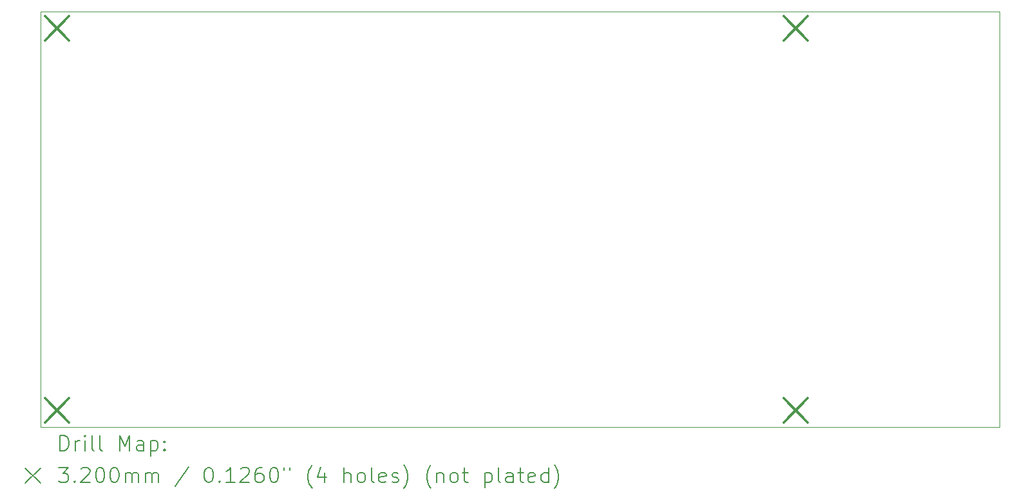
<source format=gbr>
%TF.GenerationSoftware,KiCad,Pcbnew,9.0.1*%
%TF.CreationDate,2025-05-05T17:36:47+02:00*%
%TF.ProjectId,Geocachingbox,47656f63-6163-4686-996e-67626f782e6b,rev?*%
%TF.SameCoordinates,Original*%
%TF.FileFunction,Drillmap*%
%TF.FilePolarity,Positive*%
%FSLAX45Y45*%
G04 Gerber Fmt 4.5, Leading zero omitted, Abs format (unit mm)*
G04 Created by KiCad (PCBNEW 9.0.1) date 2025-05-05 17:36:47*
%MOMM*%
%LPD*%
G01*
G04 APERTURE LIST*
%ADD10C,0.050000*%
%ADD11C,0.200000*%
%ADD12C,0.320000*%
G04 APERTURE END LIST*
D10*
X21350000Y-11960500D02*
X21350000Y-6497000D01*
X8740900Y-11960500D02*
X21350000Y-11960500D01*
X8740999Y-6497000D02*
X21350000Y-6497000D01*
X8740900Y-11960500D02*
X8740999Y-6497000D01*
D11*
D12*
X8796800Y-11584600D02*
X9116800Y-11904600D01*
X9116800Y-11584600D02*
X8796800Y-11904600D01*
X8796899Y-6552900D02*
X9116899Y-6872900D01*
X9116899Y-6552900D02*
X8796899Y-6872900D01*
X18508000Y-11584600D02*
X18828000Y-11904600D01*
X18828000Y-11584600D02*
X18508000Y-11904600D01*
X18509000Y-6552900D02*
X18829000Y-6872900D01*
X18829000Y-6552900D02*
X18509000Y-6872900D01*
D11*
X8999177Y-12274484D02*
X8999177Y-12074484D01*
X8999177Y-12074484D02*
X9046796Y-12074484D01*
X9046796Y-12074484D02*
X9075367Y-12084008D01*
X9075367Y-12084008D02*
X9094415Y-12103055D01*
X9094415Y-12103055D02*
X9103939Y-12122103D01*
X9103939Y-12122103D02*
X9113463Y-12160198D01*
X9113463Y-12160198D02*
X9113463Y-12188769D01*
X9113463Y-12188769D02*
X9103939Y-12226865D01*
X9103939Y-12226865D02*
X9094415Y-12245912D01*
X9094415Y-12245912D02*
X9075367Y-12264960D01*
X9075367Y-12264960D02*
X9046796Y-12274484D01*
X9046796Y-12274484D02*
X8999177Y-12274484D01*
X9199177Y-12274484D02*
X9199177Y-12141150D01*
X9199177Y-12179246D02*
X9208701Y-12160198D01*
X9208701Y-12160198D02*
X9218224Y-12150674D01*
X9218224Y-12150674D02*
X9237272Y-12141150D01*
X9237272Y-12141150D02*
X9256320Y-12141150D01*
X9322986Y-12274484D02*
X9322986Y-12141150D01*
X9322986Y-12074484D02*
X9313463Y-12084008D01*
X9313463Y-12084008D02*
X9322986Y-12093531D01*
X9322986Y-12093531D02*
X9332510Y-12084008D01*
X9332510Y-12084008D02*
X9322986Y-12074484D01*
X9322986Y-12074484D02*
X9322986Y-12093531D01*
X9446796Y-12274484D02*
X9427748Y-12264960D01*
X9427748Y-12264960D02*
X9418224Y-12245912D01*
X9418224Y-12245912D02*
X9418224Y-12074484D01*
X9551558Y-12274484D02*
X9532510Y-12264960D01*
X9532510Y-12264960D02*
X9522986Y-12245912D01*
X9522986Y-12245912D02*
X9522986Y-12074484D01*
X9780129Y-12274484D02*
X9780129Y-12074484D01*
X9780129Y-12074484D02*
X9846796Y-12217341D01*
X9846796Y-12217341D02*
X9913463Y-12074484D01*
X9913463Y-12074484D02*
X9913463Y-12274484D01*
X10094415Y-12274484D02*
X10094415Y-12169722D01*
X10094415Y-12169722D02*
X10084891Y-12150674D01*
X10084891Y-12150674D02*
X10065844Y-12141150D01*
X10065844Y-12141150D02*
X10027748Y-12141150D01*
X10027748Y-12141150D02*
X10008701Y-12150674D01*
X10094415Y-12264960D02*
X10075367Y-12274484D01*
X10075367Y-12274484D02*
X10027748Y-12274484D01*
X10027748Y-12274484D02*
X10008701Y-12264960D01*
X10008701Y-12264960D02*
X9999177Y-12245912D01*
X9999177Y-12245912D02*
X9999177Y-12226865D01*
X9999177Y-12226865D02*
X10008701Y-12207817D01*
X10008701Y-12207817D02*
X10027748Y-12198293D01*
X10027748Y-12198293D02*
X10075367Y-12198293D01*
X10075367Y-12198293D02*
X10094415Y-12188769D01*
X10189653Y-12141150D02*
X10189653Y-12341150D01*
X10189653Y-12150674D02*
X10208701Y-12141150D01*
X10208701Y-12141150D02*
X10246796Y-12141150D01*
X10246796Y-12141150D02*
X10265844Y-12150674D01*
X10265844Y-12150674D02*
X10275367Y-12160198D01*
X10275367Y-12160198D02*
X10284891Y-12179246D01*
X10284891Y-12179246D02*
X10284891Y-12236388D01*
X10284891Y-12236388D02*
X10275367Y-12255436D01*
X10275367Y-12255436D02*
X10265844Y-12264960D01*
X10265844Y-12264960D02*
X10246796Y-12274484D01*
X10246796Y-12274484D02*
X10208701Y-12274484D01*
X10208701Y-12274484D02*
X10189653Y-12264960D01*
X10370605Y-12255436D02*
X10380129Y-12264960D01*
X10380129Y-12264960D02*
X10370605Y-12274484D01*
X10370605Y-12274484D02*
X10361082Y-12264960D01*
X10361082Y-12264960D02*
X10370605Y-12255436D01*
X10370605Y-12255436D02*
X10370605Y-12274484D01*
X10370605Y-12150674D02*
X10380129Y-12160198D01*
X10380129Y-12160198D02*
X10370605Y-12169722D01*
X10370605Y-12169722D02*
X10361082Y-12160198D01*
X10361082Y-12160198D02*
X10370605Y-12150674D01*
X10370605Y-12150674D02*
X10370605Y-12169722D01*
X8538400Y-12503000D02*
X8738400Y-12703000D01*
X8738400Y-12503000D02*
X8538400Y-12703000D01*
X8980129Y-12494484D02*
X9103939Y-12494484D01*
X9103939Y-12494484D02*
X9037272Y-12570674D01*
X9037272Y-12570674D02*
X9065844Y-12570674D01*
X9065844Y-12570674D02*
X9084891Y-12580198D01*
X9084891Y-12580198D02*
X9094415Y-12589722D01*
X9094415Y-12589722D02*
X9103939Y-12608769D01*
X9103939Y-12608769D02*
X9103939Y-12656388D01*
X9103939Y-12656388D02*
X9094415Y-12675436D01*
X9094415Y-12675436D02*
X9084891Y-12684960D01*
X9084891Y-12684960D02*
X9065844Y-12694484D01*
X9065844Y-12694484D02*
X9008701Y-12694484D01*
X9008701Y-12694484D02*
X8989653Y-12684960D01*
X8989653Y-12684960D02*
X8980129Y-12675436D01*
X9189653Y-12675436D02*
X9199177Y-12684960D01*
X9199177Y-12684960D02*
X9189653Y-12694484D01*
X9189653Y-12694484D02*
X9180129Y-12684960D01*
X9180129Y-12684960D02*
X9189653Y-12675436D01*
X9189653Y-12675436D02*
X9189653Y-12694484D01*
X9275367Y-12513531D02*
X9284891Y-12504008D01*
X9284891Y-12504008D02*
X9303939Y-12494484D01*
X9303939Y-12494484D02*
X9351558Y-12494484D01*
X9351558Y-12494484D02*
X9370605Y-12504008D01*
X9370605Y-12504008D02*
X9380129Y-12513531D01*
X9380129Y-12513531D02*
X9389653Y-12532579D01*
X9389653Y-12532579D02*
X9389653Y-12551627D01*
X9389653Y-12551627D02*
X9380129Y-12580198D01*
X9380129Y-12580198D02*
X9265844Y-12694484D01*
X9265844Y-12694484D02*
X9389653Y-12694484D01*
X9513463Y-12494484D02*
X9532510Y-12494484D01*
X9532510Y-12494484D02*
X9551558Y-12504008D01*
X9551558Y-12504008D02*
X9561082Y-12513531D01*
X9561082Y-12513531D02*
X9570605Y-12532579D01*
X9570605Y-12532579D02*
X9580129Y-12570674D01*
X9580129Y-12570674D02*
X9580129Y-12618293D01*
X9580129Y-12618293D02*
X9570605Y-12656388D01*
X9570605Y-12656388D02*
X9561082Y-12675436D01*
X9561082Y-12675436D02*
X9551558Y-12684960D01*
X9551558Y-12684960D02*
X9532510Y-12694484D01*
X9532510Y-12694484D02*
X9513463Y-12694484D01*
X9513463Y-12694484D02*
X9494415Y-12684960D01*
X9494415Y-12684960D02*
X9484891Y-12675436D01*
X9484891Y-12675436D02*
X9475367Y-12656388D01*
X9475367Y-12656388D02*
X9465844Y-12618293D01*
X9465844Y-12618293D02*
X9465844Y-12570674D01*
X9465844Y-12570674D02*
X9475367Y-12532579D01*
X9475367Y-12532579D02*
X9484891Y-12513531D01*
X9484891Y-12513531D02*
X9494415Y-12504008D01*
X9494415Y-12504008D02*
X9513463Y-12494484D01*
X9703939Y-12494484D02*
X9722986Y-12494484D01*
X9722986Y-12494484D02*
X9742034Y-12504008D01*
X9742034Y-12504008D02*
X9751558Y-12513531D01*
X9751558Y-12513531D02*
X9761082Y-12532579D01*
X9761082Y-12532579D02*
X9770605Y-12570674D01*
X9770605Y-12570674D02*
X9770605Y-12618293D01*
X9770605Y-12618293D02*
X9761082Y-12656388D01*
X9761082Y-12656388D02*
X9751558Y-12675436D01*
X9751558Y-12675436D02*
X9742034Y-12684960D01*
X9742034Y-12684960D02*
X9722986Y-12694484D01*
X9722986Y-12694484D02*
X9703939Y-12694484D01*
X9703939Y-12694484D02*
X9684891Y-12684960D01*
X9684891Y-12684960D02*
X9675367Y-12675436D01*
X9675367Y-12675436D02*
X9665844Y-12656388D01*
X9665844Y-12656388D02*
X9656320Y-12618293D01*
X9656320Y-12618293D02*
X9656320Y-12570674D01*
X9656320Y-12570674D02*
X9665844Y-12532579D01*
X9665844Y-12532579D02*
X9675367Y-12513531D01*
X9675367Y-12513531D02*
X9684891Y-12504008D01*
X9684891Y-12504008D02*
X9703939Y-12494484D01*
X9856320Y-12694484D02*
X9856320Y-12561150D01*
X9856320Y-12580198D02*
X9865844Y-12570674D01*
X9865844Y-12570674D02*
X9884891Y-12561150D01*
X9884891Y-12561150D02*
X9913463Y-12561150D01*
X9913463Y-12561150D02*
X9932510Y-12570674D01*
X9932510Y-12570674D02*
X9942034Y-12589722D01*
X9942034Y-12589722D02*
X9942034Y-12694484D01*
X9942034Y-12589722D02*
X9951558Y-12570674D01*
X9951558Y-12570674D02*
X9970605Y-12561150D01*
X9970605Y-12561150D02*
X9999177Y-12561150D01*
X9999177Y-12561150D02*
X10018225Y-12570674D01*
X10018225Y-12570674D02*
X10027748Y-12589722D01*
X10027748Y-12589722D02*
X10027748Y-12694484D01*
X10122986Y-12694484D02*
X10122986Y-12561150D01*
X10122986Y-12580198D02*
X10132510Y-12570674D01*
X10132510Y-12570674D02*
X10151558Y-12561150D01*
X10151558Y-12561150D02*
X10180129Y-12561150D01*
X10180129Y-12561150D02*
X10199177Y-12570674D01*
X10199177Y-12570674D02*
X10208701Y-12589722D01*
X10208701Y-12589722D02*
X10208701Y-12694484D01*
X10208701Y-12589722D02*
X10218225Y-12570674D01*
X10218225Y-12570674D02*
X10237272Y-12561150D01*
X10237272Y-12561150D02*
X10265844Y-12561150D01*
X10265844Y-12561150D02*
X10284891Y-12570674D01*
X10284891Y-12570674D02*
X10294415Y-12589722D01*
X10294415Y-12589722D02*
X10294415Y-12694484D01*
X10684891Y-12484960D02*
X10513463Y-12742103D01*
X10942034Y-12494484D02*
X10961082Y-12494484D01*
X10961082Y-12494484D02*
X10980129Y-12504008D01*
X10980129Y-12504008D02*
X10989653Y-12513531D01*
X10989653Y-12513531D02*
X10999177Y-12532579D01*
X10999177Y-12532579D02*
X11008701Y-12570674D01*
X11008701Y-12570674D02*
X11008701Y-12618293D01*
X11008701Y-12618293D02*
X10999177Y-12656388D01*
X10999177Y-12656388D02*
X10989653Y-12675436D01*
X10989653Y-12675436D02*
X10980129Y-12684960D01*
X10980129Y-12684960D02*
X10961082Y-12694484D01*
X10961082Y-12694484D02*
X10942034Y-12694484D01*
X10942034Y-12694484D02*
X10922987Y-12684960D01*
X10922987Y-12684960D02*
X10913463Y-12675436D01*
X10913463Y-12675436D02*
X10903939Y-12656388D01*
X10903939Y-12656388D02*
X10894415Y-12618293D01*
X10894415Y-12618293D02*
X10894415Y-12570674D01*
X10894415Y-12570674D02*
X10903939Y-12532579D01*
X10903939Y-12532579D02*
X10913463Y-12513531D01*
X10913463Y-12513531D02*
X10922987Y-12504008D01*
X10922987Y-12504008D02*
X10942034Y-12494484D01*
X11094415Y-12675436D02*
X11103939Y-12684960D01*
X11103939Y-12684960D02*
X11094415Y-12694484D01*
X11094415Y-12694484D02*
X11084891Y-12684960D01*
X11084891Y-12684960D02*
X11094415Y-12675436D01*
X11094415Y-12675436D02*
X11094415Y-12694484D01*
X11294415Y-12694484D02*
X11180129Y-12694484D01*
X11237272Y-12694484D02*
X11237272Y-12494484D01*
X11237272Y-12494484D02*
X11218225Y-12523055D01*
X11218225Y-12523055D02*
X11199177Y-12542103D01*
X11199177Y-12542103D02*
X11180129Y-12551627D01*
X11370606Y-12513531D02*
X11380129Y-12504008D01*
X11380129Y-12504008D02*
X11399177Y-12494484D01*
X11399177Y-12494484D02*
X11446796Y-12494484D01*
X11446796Y-12494484D02*
X11465844Y-12504008D01*
X11465844Y-12504008D02*
X11475367Y-12513531D01*
X11475367Y-12513531D02*
X11484891Y-12532579D01*
X11484891Y-12532579D02*
X11484891Y-12551627D01*
X11484891Y-12551627D02*
X11475367Y-12580198D01*
X11475367Y-12580198D02*
X11361082Y-12694484D01*
X11361082Y-12694484D02*
X11484891Y-12694484D01*
X11656320Y-12494484D02*
X11618225Y-12494484D01*
X11618225Y-12494484D02*
X11599177Y-12504008D01*
X11599177Y-12504008D02*
X11589653Y-12513531D01*
X11589653Y-12513531D02*
X11570606Y-12542103D01*
X11570606Y-12542103D02*
X11561082Y-12580198D01*
X11561082Y-12580198D02*
X11561082Y-12656388D01*
X11561082Y-12656388D02*
X11570606Y-12675436D01*
X11570606Y-12675436D02*
X11580129Y-12684960D01*
X11580129Y-12684960D02*
X11599177Y-12694484D01*
X11599177Y-12694484D02*
X11637272Y-12694484D01*
X11637272Y-12694484D02*
X11656320Y-12684960D01*
X11656320Y-12684960D02*
X11665844Y-12675436D01*
X11665844Y-12675436D02*
X11675367Y-12656388D01*
X11675367Y-12656388D02*
X11675367Y-12608769D01*
X11675367Y-12608769D02*
X11665844Y-12589722D01*
X11665844Y-12589722D02*
X11656320Y-12580198D01*
X11656320Y-12580198D02*
X11637272Y-12570674D01*
X11637272Y-12570674D02*
X11599177Y-12570674D01*
X11599177Y-12570674D02*
X11580129Y-12580198D01*
X11580129Y-12580198D02*
X11570606Y-12589722D01*
X11570606Y-12589722D02*
X11561082Y-12608769D01*
X11799177Y-12494484D02*
X11818225Y-12494484D01*
X11818225Y-12494484D02*
X11837272Y-12504008D01*
X11837272Y-12504008D02*
X11846796Y-12513531D01*
X11846796Y-12513531D02*
X11856320Y-12532579D01*
X11856320Y-12532579D02*
X11865844Y-12570674D01*
X11865844Y-12570674D02*
X11865844Y-12618293D01*
X11865844Y-12618293D02*
X11856320Y-12656388D01*
X11856320Y-12656388D02*
X11846796Y-12675436D01*
X11846796Y-12675436D02*
X11837272Y-12684960D01*
X11837272Y-12684960D02*
X11818225Y-12694484D01*
X11818225Y-12694484D02*
X11799177Y-12694484D01*
X11799177Y-12694484D02*
X11780129Y-12684960D01*
X11780129Y-12684960D02*
X11770606Y-12675436D01*
X11770606Y-12675436D02*
X11761082Y-12656388D01*
X11761082Y-12656388D02*
X11751558Y-12618293D01*
X11751558Y-12618293D02*
X11751558Y-12570674D01*
X11751558Y-12570674D02*
X11761082Y-12532579D01*
X11761082Y-12532579D02*
X11770606Y-12513531D01*
X11770606Y-12513531D02*
X11780129Y-12504008D01*
X11780129Y-12504008D02*
X11799177Y-12494484D01*
X11942034Y-12494484D02*
X11942034Y-12532579D01*
X12018225Y-12494484D02*
X12018225Y-12532579D01*
X12313463Y-12770674D02*
X12303939Y-12761150D01*
X12303939Y-12761150D02*
X12284891Y-12732579D01*
X12284891Y-12732579D02*
X12275368Y-12713531D01*
X12275368Y-12713531D02*
X12265844Y-12684960D01*
X12265844Y-12684960D02*
X12256320Y-12637341D01*
X12256320Y-12637341D02*
X12256320Y-12599246D01*
X12256320Y-12599246D02*
X12265844Y-12551627D01*
X12265844Y-12551627D02*
X12275368Y-12523055D01*
X12275368Y-12523055D02*
X12284891Y-12504008D01*
X12284891Y-12504008D02*
X12303939Y-12475436D01*
X12303939Y-12475436D02*
X12313463Y-12465912D01*
X12475368Y-12561150D02*
X12475368Y-12694484D01*
X12427748Y-12484960D02*
X12380129Y-12627817D01*
X12380129Y-12627817D02*
X12503939Y-12627817D01*
X12732510Y-12694484D02*
X12732510Y-12494484D01*
X12818225Y-12694484D02*
X12818225Y-12589722D01*
X12818225Y-12589722D02*
X12808701Y-12570674D01*
X12808701Y-12570674D02*
X12789653Y-12561150D01*
X12789653Y-12561150D02*
X12761082Y-12561150D01*
X12761082Y-12561150D02*
X12742034Y-12570674D01*
X12742034Y-12570674D02*
X12732510Y-12580198D01*
X12942034Y-12694484D02*
X12922987Y-12684960D01*
X12922987Y-12684960D02*
X12913463Y-12675436D01*
X12913463Y-12675436D02*
X12903939Y-12656388D01*
X12903939Y-12656388D02*
X12903939Y-12599246D01*
X12903939Y-12599246D02*
X12913463Y-12580198D01*
X12913463Y-12580198D02*
X12922987Y-12570674D01*
X12922987Y-12570674D02*
X12942034Y-12561150D01*
X12942034Y-12561150D02*
X12970606Y-12561150D01*
X12970606Y-12561150D02*
X12989653Y-12570674D01*
X12989653Y-12570674D02*
X12999177Y-12580198D01*
X12999177Y-12580198D02*
X13008701Y-12599246D01*
X13008701Y-12599246D02*
X13008701Y-12656388D01*
X13008701Y-12656388D02*
X12999177Y-12675436D01*
X12999177Y-12675436D02*
X12989653Y-12684960D01*
X12989653Y-12684960D02*
X12970606Y-12694484D01*
X12970606Y-12694484D02*
X12942034Y-12694484D01*
X13122987Y-12694484D02*
X13103939Y-12684960D01*
X13103939Y-12684960D02*
X13094415Y-12665912D01*
X13094415Y-12665912D02*
X13094415Y-12494484D01*
X13275368Y-12684960D02*
X13256320Y-12694484D01*
X13256320Y-12694484D02*
X13218225Y-12694484D01*
X13218225Y-12694484D02*
X13199177Y-12684960D01*
X13199177Y-12684960D02*
X13189653Y-12665912D01*
X13189653Y-12665912D02*
X13189653Y-12589722D01*
X13189653Y-12589722D02*
X13199177Y-12570674D01*
X13199177Y-12570674D02*
X13218225Y-12561150D01*
X13218225Y-12561150D02*
X13256320Y-12561150D01*
X13256320Y-12561150D02*
X13275368Y-12570674D01*
X13275368Y-12570674D02*
X13284891Y-12589722D01*
X13284891Y-12589722D02*
X13284891Y-12608769D01*
X13284891Y-12608769D02*
X13189653Y-12627817D01*
X13361082Y-12684960D02*
X13380130Y-12694484D01*
X13380130Y-12694484D02*
X13418225Y-12694484D01*
X13418225Y-12694484D02*
X13437272Y-12684960D01*
X13437272Y-12684960D02*
X13446796Y-12665912D01*
X13446796Y-12665912D02*
X13446796Y-12656388D01*
X13446796Y-12656388D02*
X13437272Y-12637341D01*
X13437272Y-12637341D02*
X13418225Y-12627817D01*
X13418225Y-12627817D02*
X13389653Y-12627817D01*
X13389653Y-12627817D02*
X13370606Y-12618293D01*
X13370606Y-12618293D02*
X13361082Y-12599246D01*
X13361082Y-12599246D02*
X13361082Y-12589722D01*
X13361082Y-12589722D02*
X13370606Y-12570674D01*
X13370606Y-12570674D02*
X13389653Y-12561150D01*
X13389653Y-12561150D02*
X13418225Y-12561150D01*
X13418225Y-12561150D02*
X13437272Y-12570674D01*
X13513463Y-12770674D02*
X13522987Y-12761150D01*
X13522987Y-12761150D02*
X13542034Y-12732579D01*
X13542034Y-12732579D02*
X13551558Y-12713531D01*
X13551558Y-12713531D02*
X13561082Y-12684960D01*
X13561082Y-12684960D02*
X13570606Y-12637341D01*
X13570606Y-12637341D02*
X13570606Y-12599246D01*
X13570606Y-12599246D02*
X13561082Y-12551627D01*
X13561082Y-12551627D02*
X13551558Y-12523055D01*
X13551558Y-12523055D02*
X13542034Y-12504008D01*
X13542034Y-12504008D02*
X13522987Y-12475436D01*
X13522987Y-12475436D02*
X13513463Y-12465912D01*
X13875368Y-12770674D02*
X13865844Y-12761150D01*
X13865844Y-12761150D02*
X13846796Y-12732579D01*
X13846796Y-12732579D02*
X13837272Y-12713531D01*
X13837272Y-12713531D02*
X13827749Y-12684960D01*
X13827749Y-12684960D02*
X13818225Y-12637341D01*
X13818225Y-12637341D02*
X13818225Y-12599246D01*
X13818225Y-12599246D02*
X13827749Y-12551627D01*
X13827749Y-12551627D02*
X13837272Y-12523055D01*
X13837272Y-12523055D02*
X13846796Y-12504008D01*
X13846796Y-12504008D02*
X13865844Y-12475436D01*
X13865844Y-12475436D02*
X13875368Y-12465912D01*
X13951558Y-12561150D02*
X13951558Y-12694484D01*
X13951558Y-12580198D02*
X13961082Y-12570674D01*
X13961082Y-12570674D02*
X13980130Y-12561150D01*
X13980130Y-12561150D02*
X14008701Y-12561150D01*
X14008701Y-12561150D02*
X14027749Y-12570674D01*
X14027749Y-12570674D02*
X14037272Y-12589722D01*
X14037272Y-12589722D02*
X14037272Y-12694484D01*
X14161082Y-12694484D02*
X14142034Y-12684960D01*
X14142034Y-12684960D02*
X14132511Y-12675436D01*
X14132511Y-12675436D02*
X14122987Y-12656388D01*
X14122987Y-12656388D02*
X14122987Y-12599246D01*
X14122987Y-12599246D02*
X14132511Y-12580198D01*
X14132511Y-12580198D02*
X14142034Y-12570674D01*
X14142034Y-12570674D02*
X14161082Y-12561150D01*
X14161082Y-12561150D02*
X14189653Y-12561150D01*
X14189653Y-12561150D02*
X14208701Y-12570674D01*
X14208701Y-12570674D02*
X14218225Y-12580198D01*
X14218225Y-12580198D02*
X14227749Y-12599246D01*
X14227749Y-12599246D02*
X14227749Y-12656388D01*
X14227749Y-12656388D02*
X14218225Y-12675436D01*
X14218225Y-12675436D02*
X14208701Y-12684960D01*
X14208701Y-12684960D02*
X14189653Y-12694484D01*
X14189653Y-12694484D02*
X14161082Y-12694484D01*
X14284892Y-12561150D02*
X14361082Y-12561150D01*
X14313463Y-12494484D02*
X14313463Y-12665912D01*
X14313463Y-12665912D02*
X14322987Y-12684960D01*
X14322987Y-12684960D02*
X14342034Y-12694484D01*
X14342034Y-12694484D02*
X14361082Y-12694484D01*
X14580130Y-12561150D02*
X14580130Y-12761150D01*
X14580130Y-12570674D02*
X14599177Y-12561150D01*
X14599177Y-12561150D02*
X14637273Y-12561150D01*
X14637273Y-12561150D02*
X14656320Y-12570674D01*
X14656320Y-12570674D02*
X14665844Y-12580198D01*
X14665844Y-12580198D02*
X14675368Y-12599246D01*
X14675368Y-12599246D02*
X14675368Y-12656388D01*
X14675368Y-12656388D02*
X14665844Y-12675436D01*
X14665844Y-12675436D02*
X14656320Y-12684960D01*
X14656320Y-12684960D02*
X14637273Y-12694484D01*
X14637273Y-12694484D02*
X14599177Y-12694484D01*
X14599177Y-12694484D02*
X14580130Y-12684960D01*
X14789653Y-12694484D02*
X14770606Y-12684960D01*
X14770606Y-12684960D02*
X14761082Y-12665912D01*
X14761082Y-12665912D02*
X14761082Y-12494484D01*
X14951558Y-12694484D02*
X14951558Y-12589722D01*
X14951558Y-12589722D02*
X14942034Y-12570674D01*
X14942034Y-12570674D02*
X14922987Y-12561150D01*
X14922987Y-12561150D02*
X14884892Y-12561150D01*
X14884892Y-12561150D02*
X14865844Y-12570674D01*
X14951558Y-12684960D02*
X14932511Y-12694484D01*
X14932511Y-12694484D02*
X14884892Y-12694484D01*
X14884892Y-12694484D02*
X14865844Y-12684960D01*
X14865844Y-12684960D02*
X14856320Y-12665912D01*
X14856320Y-12665912D02*
X14856320Y-12646865D01*
X14856320Y-12646865D02*
X14865844Y-12627817D01*
X14865844Y-12627817D02*
X14884892Y-12618293D01*
X14884892Y-12618293D02*
X14932511Y-12618293D01*
X14932511Y-12618293D02*
X14951558Y-12608769D01*
X15018225Y-12561150D02*
X15094415Y-12561150D01*
X15046796Y-12494484D02*
X15046796Y-12665912D01*
X15046796Y-12665912D02*
X15056320Y-12684960D01*
X15056320Y-12684960D02*
X15075368Y-12694484D01*
X15075368Y-12694484D02*
X15094415Y-12694484D01*
X15237273Y-12684960D02*
X15218225Y-12694484D01*
X15218225Y-12694484D02*
X15180130Y-12694484D01*
X15180130Y-12694484D02*
X15161082Y-12684960D01*
X15161082Y-12684960D02*
X15151558Y-12665912D01*
X15151558Y-12665912D02*
X15151558Y-12589722D01*
X15151558Y-12589722D02*
X15161082Y-12570674D01*
X15161082Y-12570674D02*
X15180130Y-12561150D01*
X15180130Y-12561150D02*
X15218225Y-12561150D01*
X15218225Y-12561150D02*
X15237273Y-12570674D01*
X15237273Y-12570674D02*
X15246796Y-12589722D01*
X15246796Y-12589722D02*
X15246796Y-12608769D01*
X15246796Y-12608769D02*
X15151558Y-12627817D01*
X15418225Y-12694484D02*
X15418225Y-12494484D01*
X15418225Y-12684960D02*
X15399177Y-12694484D01*
X15399177Y-12694484D02*
X15361082Y-12694484D01*
X15361082Y-12694484D02*
X15342034Y-12684960D01*
X15342034Y-12684960D02*
X15332511Y-12675436D01*
X15332511Y-12675436D02*
X15322987Y-12656388D01*
X15322987Y-12656388D02*
X15322987Y-12599246D01*
X15322987Y-12599246D02*
X15332511Y-12580198D01*
X15332511Y-12580198D02*
X15342034Y-12570674D01*
X15342034Y-12570674D02*
X15361082Y-12561150D01*
X15361082Y-12561150D02*
X15399177Y-12561150D01*
X15399177Y-12561150D02*
X15418225Y-12570674D01*
X15494415Y-12770674D02*
X15503939Y-12761150D01*
X15503939Y-12761150D02*
X15522987Y-12732579D01*
X15522987Y-12732579D02*
X15532511Y-12713531D01*
X15532511Y-12713531D02*
X15542034Y-12684960D01*
X15542034Y-12684960D02*
X15551558Y-12637341D01*
X15551558Y-12637341D02*
X15551558Y-12599246D01*
X15551558Y-12599246D02*
X15542034Y-12551627D01*
X15542034Y-12551627D02*
X15532511Y-12523055D01*
X15532511Y-12523055D02*
X15522987Y-12504008D01*
X15522987Y-12504008D02*
X15503939Y-12475436D01*
X15503939Y-12475436D02*
X15494415Y-12465912D01*
M02*

</source>
